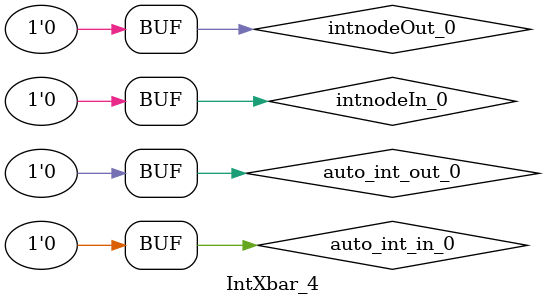
<source format=sv>
`ifndef RANDOMIZE
  `ifdef RANDOMIZE_MEM_INIT
    `define RANDOMIZE
  `endif // RANDOMIZE_MEM_INIT
`endif // not def RANDOMIZE
`ifndef RANDOMIZE
  `ifdef RANDOMIZE_REG_INIT
    `define RANDOMIZE
  `endif // RANDOMIZE_REG_INIT
`endif // not def RANDOMIZE

`ifndef RANDOM
  `define RANDOM $random
`endif // not def RANDOM

// Users can define INIT_RANDOM as general code that gets injected into the
// initializer block for modules with registers.
`ifndef INIT_RANDOM
  `define INIT_RANDOM
`endif // not def INIT_RANDOM

// If using random initialization, you can also define RANDOMIZE_DELAY to
// customize the delay used, otherwise 0.002 is used.
`ifndef RANDOMIZE_DELAY
  `define RANDOMIZE_DELAY 0.002
`endif // not def RANDOMIZE_DELAY

// Define INIT_RANDOM_PROLOG_ for use in our modules below.
`ifndef INIT_RANDOM_PROLOG_
  `ifdef RANDOMIZE
    `ifdef VERILATOR
      `define INIT_RANDOM_PROLOG_ `INIT_RANDOM
    `else  // VERILATOR
      `define INIT_RANDOM_PROLOG_ `INIT_RANDOM #`RANDOMIZE_DELAY begin end
    `endif // VERILATOR
  `else  // RANDOMIZE
    `define INIT_RANDOM_PROLOG_
  `endif // RANDOMIZE
`endif // not def INIT_RANDOM_PROLOG_

// Include register initializers in init blocks unless synthesis is set
`ifndef SYNTHESIS
  `ifndef ENABLE_INITIAL_REG_
    `define ENABLE_INITIAL_REG_
  `endif // not def ENABLE_INITIAL_REG_
`endif // not def SYNTHESIS

// Include rmemory initializers in init blocks unless synthesis is set
`ifndef SYNTHESIS
  `ifndef ENABLE_INITIAL_MEM_
    `define ENABLE_INITIAL_MEM_
  `endif // not def ENABLE_INITIAL_MEM_
`endif // not def SYNTHESIS

// Standard header to adapt well known macros for prints and assertions.

// Users can define 'PRINTF_COND' to add an extra gate to prints.
`ifndef PRINTF_COND_
  `ifdef PRINTF_COND
    `define PRINTF_COND_ (`PRINTF_COND)
  `else  // PRINTF_COND
    `define PRINTF_COND_ 1
  `endif // PRINTF_COND
`endif // not def PRINTF_COND_

// Users can define 'ASSERT_VERBOSE_COND' to add an extra gate to assert error printing.
`ifndef ASSERT_VERBOSE_COND_
  `ifdef ASSERT_VERBOSE_COND
    `define ASSERT_VERBOSE_COND_ (`ASSERT_VERBOSE_COND)
  `else  // ASSERT_VERBOSE_COND
    `define ASSERT_VERBOSE_COND_ 1
  `endif // ASSERT_VERBOSE_COND
`endif // not def ASSERT_VERBOSE_COND_

// Users can define 'STOP_COND' to add an extra gate to stop conditions.
`ifndef STOP_COND_
  `ifdef STOP_COND
    `define STOP_COND_ (`STOP_COND)
  `else  // STOP_COND
    `define STOP_COND_ 1
  `endif // STOP_COND
`endif // not def STOP_COND_

module IntXbar_4();
  wire auto_int_in_0 = 1'h0;	// src/main/scala/diplomacy/LazyModule.scala:374:18, src/main/scala/diplomacy/Nodes.scala:1205:17, :1214:17
  wire auto_int_out_0 = 1'h0;	// src/main/scala/diplomacy/LazyModule.scala:374:18, src/main/scala/diplomacy/Nodes.scala:1205:17, :1214:17
  wire intnodeIn_0 = 1'h0;	// src/main/scala/diplomacy/LazyModule.scala:374:18, src/main/scala/diplomacy/Nodes.scala:1205:17, :1214:17
  wire intnodeOut_0 = 1'h0;	// src/main/scala/diplomacy/LazyModule.scala:374:18, src/main/scala/diplomacy/Nodes.scala:1205:17, :1214:17
endmodule


</source>
